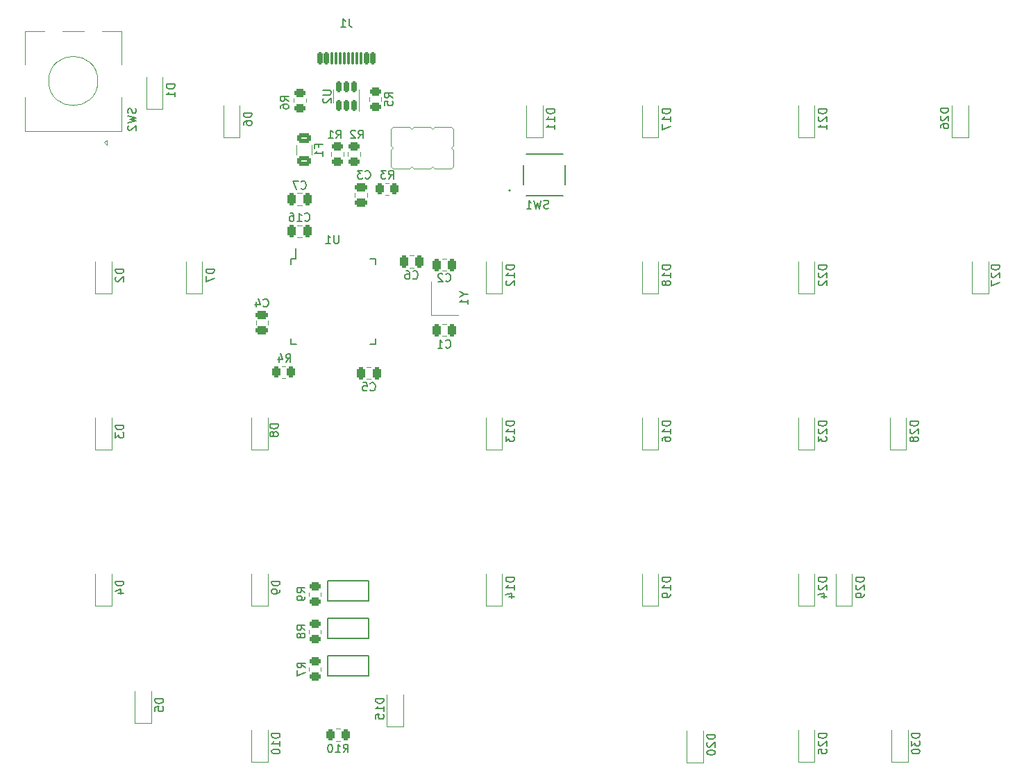
<source format=gbr>
%TF.GenerationSoftware,KiCad,Pcbnew,(5.99.0-10577-g57d4347f00)*%
%TF.CreationDate,2021-07-31T18:45:16-07:00*%
%TF.ProjectId,ahoy_pcb,61686f79-5f70-4636-922e-6b696361645f,rev?*%
%TF.SameCoordinates,Original*%
%TF.FileFunction,Legend,Bot*%
%TF.FilePolarity,Positive*%
%FSLAX46Y46*%
G04 Gerber Fmt 4.6, Leading zero omitted, Abs format (unit mm)*
G04 Created by KiCad (PCBNEW (5.99.0-10577-g57d4347f00)) date 2021-07-31 18:45:16*
%MOMM*%
%LPD*%
G01*
G04 APERTURE LIST*
G04 Aperture macros list*
%AMRoundRect*
0 Rectangle with rounded corners*
0 $1 Rounding radius*
0 $2 $3 $4 $5 $6 $7 $8 $9 X,Y pos of 4 corners*
0 Add a 4 corners polygon primitive as box body*
4,1,4,$2,$3,$4,$5,$6,$7,$8,$9,$2,$3,0*
0 Add four circle primitives for the rounded corners*
1,1,$1+$1,$2,$3*
1,1,$1+$1,$4,$5*
1,1,$1+$1,$6,$7*
1,1,$1+$1,$8,$9*
0 Add four rect primitives between the rounded corners*
20,1,$1+$1,$2,$3,$4,$5,0*
20,1,$1+$1,$4,$5,$6,$7,0*
20,1,$1+$1,$6,$7,$8,$9,0*
20,1,$1+$1,$8,$9,$2,$3,0*%
G04 Aperture macros list end*
%ADD10C,0.150000*%
%ADD11C,0.120000*%
%ADD12C,0.127000*%
%ADD13C,0.200000*%
%ADD14C,1.750000*%
%ADD15C,3.987800*%
%ADD16C,2.250000*%
%ADD17C,3.048000*%
%ADD18R,1.800000X1.800000*%
%ADD19C,1.800000*%
%ADD20R,1.524000X1.524000*%
%ADD21O,1.524000X1.524000*%
%ADD22R,1.200000X0.900000*%
%ADD23RoundRect,0.250000X0.450000X-0.262500X0.450000X0.262500X-0.450000X0.262500X-0.450000X-0.262500X0*%
%ADD24RoundRect,0.250000X-0.250000X-0.475000X0.250000X-0.475000X0.250000X0.475000X-0.250000X0.475000X0*%
%ADD25RoundRect,0.250000X0.475000X-0.250000X0.475000X0.250000X-0.475000X0.250000X-0.475000X-0.250000X0*%
%ADD26RoundRect,0.250000X-0.450000X0.262500X-0.450000X-0.262500X0.450000X-0.262500X0.450000X0.262500X0*%
%ADD27RoundRect,0.250000X-0.262500X-0.450000X0.262500X-0.450000X0.262500X0.450000X-0.262500X0.450000X0*%
%ADD28RoundRect,0.150000X0.150000X-0.512500X0.150000X0.512500X-0.150000X0.512500X-0.150000X-0.512500X0*%
%ADD29R,0.550000X1.500000*%
%ADD30R,1.500000X0.550000*%
%ADD31RoundRect,0.250000X-0.625000X0.375000X-0.625000X-0.375000X0.625000X-0.375000X0.625000X0.375000X0*%
%ADD32RoundRect,0.250000X0.262500X0.450000X-0.262500X0.450000X-0.262500X-0.450000X0.262500X-0.450000X0*%
%ADD33R,2.000000X2.000000*%
%ADD34C,2.000000*%
%ADD35C,3.200000*%
%ADD36R,1.200000X1.400000*%
%ADD37RoundRect,0.250000X0.250000X0.475000X-0.250000X0.475000X-0.250000X-0.475000X0.250000X-0.475000X0*%
%ADD38R,1.000000X0.750000*%
%ADD39C,0.650000*%
%ADD40RoundRect,0.150000X-0.150000X-0.575000X0.150000X-0.575000X0.150000X0.575000X-0.150000X0.575000X0*%
%ADD41RoundRect,0.075000X-0.075000X-0.650000X0.075000X-0.650000X0.075000X0.650000X-0.075000X0.650000X0*%
%ADD42O,1.100000X2.200000*%
%ADD43O,1.300000X1.900000*%
G04 APERTURE END LIST*
D10*
%TO.C,D2*%
X39292130Y-84410904D02*
X38292130Y-84410904D01*
X38292130Y-84649000D01*
X38339750Y-84791857D01*
X38434988Y-84887095D01*
X38530226Y-84934714D01*
X38720702Y-84982333D01*
X38863559Y-84982333D01*
X39054035Y-84934714D01*
X39149273Y-84887095D01*
X39244511Y-84791857D01*
X39292130Y-84649000D01*
X39292130Y-84410904D01*
X38387369Y-85363285D02*
X38339750Y-85410904D01*
X38292130Y-85506142D01*
X38292130Y-85744238D01*
X38339750Y-85839476D01*
X38387369Y-85887095D01*
X38482607Y-85934714D01*
X38577845Y-85934714D01*
X38720702Y-85887095D01*
X39292130Y-85315666D01*
X39292130Y-85934714D01*
%TO.C,R6*%
X59402380Y-63933333D02*
X58926190Y-63600000D01*
X59402380Y-63361904D02*
X58402380Y-63361904D01*
X58402380Y-63742857D01*
X58450000Y-63838095D01*
X58497619Y-63885714D01*
X58592857Y-63933333D01*
X58735714Y-63933333D01*
X58830952Y-63885714D01*
X58878571Y-63838095D01*
X58926190Y-63742857D01*
X58926190Y-63361904D01*
X58402380Y-64790476D02*
X58402380Y-64600000D01*
X58450000Y-64504761D01*
X58497619Y-64457142D01*
X58640476Y-64361904D01*
X58830952Y-64314285D01*
X59211904Y-64314285D01*
X59307142Y-64361904D01*
X59354761Y-64409523D01*
X59402380Y-64504761D01*
X59402380Y-64695238D01*
X59354761Y-64790476D01*
X59307142Y-64838095D01*
X59211904Y-64885714D01*
X58973809Y-64885714D01*
X58878571Y-64838095D01*
X58830952Y-64790476D01*
X58783333Y-64695238D01*
X58783333Y-64504761D01*
X58830952Y-64409523D01*
X58878571Y-64361904D01*
X58973809Y-64314285D01*
%TO.C,C6*%
X74566666Y-85537142D02*
X74614285Y-85584761D01*
X74757142Y-85632380D01*
X74852380Y-85632380D01*
X74995238Y-85584761D01*
X75090476Y-85489523D01*
X75138095Y-85394285D01*
X75185714Y-85203809D01*
X75185714Y-85060952D01*
X75138095Y-84870476D01*
X75090476Y-84775238D01*
X74995238Y-84680000D01*
X74852380Y-84632380D01*
X74757142Y-84632380D01*
X74614285Y-84680000D01*
X74566666Y-84727619D01*
X73709523Y-84632380D02*
X73900000Y-84632380D01*
X73995238Y-84680000D01*
X74042857Y-84727619D01*
X74138095Y-84870476D01*
X74185714Y-85060952D01*
X74185714Y-85441904D01*
X74138095Y-85537142D01*
X74090476Y-85584761D01*
X73995238Y-85632380D01*
X73804761Y-85632380D01*
X73709523Y-85584761D01*
X73661904Y-85537142D01*
X73614285Y-85441904D01*
X73614285Y-85203809D01*
X73661904Y-85108571D01*
X73709523Y-85060952D01*
X73804761Y-85013333D01*
X73995238Y-85013333D01*
X74090476Y-85060952D01*
X74138095Y-85108571D01*
X74185714Y-85203809D01*
%TO.C,C3*%
X68766666Y-73307142D02*
X68814285Y-73354761D01*
X68957142Y-73402380D01*
X69052380Y-73402380D01*
X69195238Y-73354761D01*
X69290476Y-73259523D01*
X69338095Y-73164285D01*
X69385714Y-72973809D01*
X69385714Y-72830952D01*
X69338095Y-72640476D01*
X69290476Y-72545238D01*
X69195238Y-72450000D01*
X69052380Y-72402380D01*
X68957142Y-72402380D01*
X68814285Y-72450000D01*
X68766666Y-72497619D01*
X68433333Y-72402380D02*
X67814285Y-72402380D01*
X68147619Y-72783333D01*
X68004761Y-72783333D01*
X67909523Y-72830952D01*
X67861904Y-72878571D01*
X67814285Y-72973809D01*
X67814285Y-73211904D01*
X67861904Y-73307142D01*
X67909523Y-73354761D01*
X68004761Y-73402380D01*
X68290476Y-73402380D01*
X68385714Y-73354761D01*
X68433333Y-73307142D01*
%TO.C,R8*%
X61418380Y-128486333D02*
X60942190Y-128153000D01*
X61418380Y-127914904D02*
X60418380Y-127914904D01*
X60418380Y-128295857D01*
X60466000Y-128391095D01*
X60513619Y-128438714D01*
X60608857Y-128486333D01*
X60751714Y-128486333D01*
X60846952Y-128438714D01*
X60894571Y-128391095D01*
X60942190Y-128295857D01*
X60942190Y-127914904D01*
X60846952Y-129057761D02*
X60799333Y-128962523D01*
X60751714Y-128914904D01*
X60656476Y-128867285D01*
X60608857Y-128867285D01*
X60513619Y-128914904D01*
X60466000Y-128962523D01*
X60418380Y-129057761D01*
X60418380Y-129248238D01*
X60466000Y-129343476D01*
X60513619Y-129391095D01*
X60608857Y-129438714D01*
X60656476Y-129438714D01*
X60751714Y-129391095D01*
X60799333Y-129343476D01*
X60846952Y-129248238D01*
X60846952Y-129057761D01*
X60894571Y-128962523D01*
X60942190Y-128914904D01*
X61037428Y-128867285D01*
X61227904Y-128867285D01*
X61323142Y-128914904D01*
X61370761Y-128962523D01*
X61418380Y-129057761D01*
X61418380Y-129248238D01*
X61370761Y-129343476D01*
X61323142Y-129391095D01*
X61227904Y-129438714D01*
X61037428Y-129438714D01*
X60942190Y-129391095D01*
X60894571Y-129343476D01*
X60846952Y-129248238D01*
%TO.C,D15*%
X71002380Y-136835714D02*
X70002380Y-136835714D01*
X70002380Y-137073809D01*
X70050000Y-137216666D01*
X70145238Y-137311904D01*
X70240476Y-137359523D01*
X70430952Y-137407142D01*
X70573809Y-137407142D01*
X70764285Y-137359523D01*
X70859523Y-137311904D01*
X70954761Y-137216666D01*
X71002380Y-137073809D01*
X71002380Y-136835714D01*
X71002380Y-138359523D02*
X71002380Y-137788095D01*
X71002380Y-138073809D02*
X70002380Y-138073809D01*
X70145238Y-137978571D01*
X70240476Y-137883333D01*
X70288095Y-137788095D01*
X70002380Y-139264285D02*
X70002380Y-138788095D01*
X70478571Y-138740476D01*
X70430952Y-138788095D01*
X70383333Y-138883333D01*
X70383333Y-139121428D01*
X70430952Y-139216666D01*
X70478571Y-139264285D01*
X70573809Y-139311904D01*
X70811904Y-139311904D01*
X70907142Y-139264285D01*
X70954761Y-139216666D01*
X71002380Y-139121428D01*
X71002380Y-138883333D01*
X70954761Y-138788095D01*
X70907142Y-138740476D01*
%TO.C,R7*%
X61455630Y-133076333D02*
X60979440Y-132743000D01*
X61455630Y-132504904D02*
X60455630Y-132504904D01*
X60455630Y-132885857D01*
X60503250Y-132981095D01*
X60550869Y-133028714D01*
X60646107Y-133076333D01*
X60788964Y-133076333D01*
X60884202Y-133028714D01*
X60931821Y-132981095D01*
X60979440Y-132885857D01*
X60979440Y-132504904D01*
X60455630Y-133409666D02*
X60455630Y-134076333D01*
X61455630Y-133647761D01*
%TO.C,R3*%
X71616666Y-73402380D02*
X71950000Y-72926190D01*
X72188095Y-73402380D02*
X72188095Y-72402380D01*
X71807142Y-72402380D01*
X71711904Y-72450000D01*
X71664285Y-72497619D01*
X71616666Y-72592857D01*
X71616666Y-72735714D01*
X71664285Y-72830952D01*
X71711904Y-72878571D01*
X71807142Y-72926190D01*
X72188095Y-72926190D01*
X71283333Y-72402380D02*
X70664285Y-72402380D01*
X70997619Y-72783333D01*
X70854761Y-72783333D01*
X70759523Y-72830952D01*
X70711904Y-72878571D01*
X70664285Y-72973809D01*
X70664285Y-73211904D01*
X70711904Y-73307142D01*
X70759523Y-73354761D01*
X70854761Y-73402380D01*
X71140476Y-73402380D01*
X71235714Y-73354761D01*
X71283333Y-73307142D01*
%TO.C,D3*%
X39292130Y-103460904D02*
X38292130Y-103460904D01*
X38292130Y-103699000D01*
X38339750Y-103841857D01*
X38434988Y-103937095D01*
X38530226Y-103984714D01*
X38720702Y-104032333D01*
X38863559Y-104032333D01*
X39054035Y-103984714D01*
X39149273Y-103937095D01*
X39244511Y-103841857D01*
X39292130Y-103699000D01*
X39292130Y-103460904D01*
X38292130Y-104365666D02*
X38292130Y-104984714D01*
X38673083Y-104651380D01*
X38673083Y-104794238D01*
X38720702Y-104889476D01*
X38768321Y-104937095D01*
X38863559Y-104984714D01*
X39101654Y-104984714D01*
X39196892Y-104937095D01*
X39244511Y-104889476D01*
X39292130Y-104794238D01*
X39292130Y-104508523D01*
X39244511Y-104413285D01*
X39196892Y-104365666D01*
%TO.C,D17*%
X105967130Y-64884714D02*
X104967130Y-64884714D01*
X104967130Y-65122809D01*
X105014750Y-65265666D01*
X105109988Y-65360904D01*
X105205226Y-65408523D01*
X105395702Y-65456142D01*
X105538559Y-65456142D01*
X105729035Y-65408523D01*
X105824273Y-65360904D01*
X105919511Y-65265666D01*
X105967130Y-65122809D01*
X105967130Y-64884714D01*
X105967130Y-66408523D02*
X105967130Y-65837095D01*
X105967130Y-66122809D02*
X104967130Y-66122809D01*
X105109988Y-66027571D01*
X105205226Y-65932333D01*
X105252845Y-65837095D01*
X104967130Y-66741857D02*
X104967130Y-67408523D01*
X105967130Y-66979952D01*
%TO.C,R1*%
X65216666Y-68480380D02*
X65550000Y-68004190D01*
X65788095Y-68480380D02*
X65788095Y-67480380D01*
X65407142Y-67480380D01*
X65311904Y-67528000D01*
X65264285Y-67575619D01*
X65216666Y-67670857D01*
X65216666Y-67813714D01*
X65264285Y-67908952D01*
X65311904Y-67956571D01*
X65407142Y-68004190D01*
X65788095Y-68004190D01*
X64264285Y-68480380D02*
X64835714Y-68480380D01*
X64550000Y-68480380D02*
X64550000Y-67480380D01*
X64645238Y-67623238D01*
X64740476Y-67718476D01*
X64835714Y-67766095D01*
%TO.C,U2*%
X63602380Y-62588095D02*
X64411904Y-62588095D01*
X64507142Y-62635714D01*
X64554761Y-62683333D01*
X64602380Y-62778571D01*
X64602380Y-62969047D01*
X64554761Y-63064285D01*
X64507142Y-63111904D01*
X64411904Y-63159523D01*
X63602380Y-63159523D01*
X63697619Y-63588095D02*
X63650000Y-63635714D01*
X63602380Y-63730952D01*
X63602380Y-63969047D01*
X63650000Y-64064285D01*
X63697619Y-64111904D01*
X63792857Y-64159523D01*
X63888095Y-64159523D01*
X64030952Y-64111904D01*
X64602380Y-63540476D01*
X64602380Y-64159523D01*
%TO.C,U1*%
X65511904Y-80302380D02*
X65511904Y-81111904D01*
X65464285Y-81207142D01*
X65416666Y-81254761D01*
X65321428Y-81302380D01*
X65130952Y-81302380D01*
X65035714Y-81254761D01*
X64988095Y-81207142D01*
X64940476Y-81111904D01*
X64940476Y-80302380D01*
X63940476Y-81302380D02*
X64511904Y-81302380D01*
X64226190Y-81302380D02*
X64226190Y-80302380D01*
X64321428Y-80445238D01*
X64416666Y-80540476D01*
X64511904Y-80588095D01*
%TO.C,D5*%
X44118130Y-136861904D02*
X43118130Y-136861904D01*
X43118130Y-137100000D01*
X43165750Y-137242857D01*
X43260988Y-137338095D01*
X43356226Y-137385714D01*
X43546702Y-137433333D01*
X43689559Y-137433333D01*
X43880035Y-137385714D01*
X43975273Y-137338095D01*
X44070511Y-137242857D01*
X44118130Y-137100000D01*
X44118130Y-136861904D01*
X43118130Y-138338095D02*
X43118130Y-137861904D01*
X43594321Y-137814285D01*
X43546702Y-137861904D01*
X43499083Y-137957142D01*
X43499083Y-138195238D01*
X43546702Y-138290476D01*
X43594321Y-138338095D01*
X43689559Y-138385714D01*
X43927654Y-138385714D01*
X44022892Y-138338095D01*
X44070511Y-138290476D01*
X44118130Y-138195238D01*
X44118130Y-137957142D01*
X44070511Y-137861904D01*
X44022892Y-137814285D01*
%TO.C,D22*%
X125017130Y-83934714D02*
X124017130Y-83934714D01*
X124017130Y-84172809D01*
X124064750Y-84315666D01*
X124159988Y-84410904D01*
X124255226Y-84458523D01*
X124445702Y-84506142D01*
X124588559Y-84506142D01*
X124779035Y-84458523D01*
X124874273Y-84410904D01*
X124969511Y-84315666D01*
X125017130Y-84172809D01*
X125017130Y-83934714D01*
X124112369Y-84887095D02*
X124064750Y-84934714D01*
X124017130Y-85029952D01*
X124017130Y-85268047D01*
X124064750Y-85363285D01*
X124112369Y-85410904D01*
X124207607Y-85458523D01*
X124302845Y-85458523D01*
X124445702Y-85410904D01*
X125017130Y-84839476D01*
X125017130Y-85458523D01*
X124112369Y-85839476D02*
X124064750Y-85887095D01*
X124017130Y-85982333D01*
X124017130Y-86220428D01*
X124064750Y-86315666D01*
X124112369Y-86363285D01*
X124207607Y-86410904D01*
X124302845Y-86410904D01*
X124445702Y-86363285D01*
X125017130Y-85791857D01*
X125017130Y-86410904D01*
%TO.C,F1*%
X63078571Y-69566666D02*
X63078571Y-69233333D01*
X63602380Y-69233333D02*
X62602380Y-69233333D01*
X62602380Y-69709523D01*
X63602380Y-70614285D02*
X63602380Y-70042857D01*
X63602380Y-70328571D02*
X62602380Y-70328571D01*
X62745238Y-70233333D01*
X62840476Y-70138095D01*
X62888095Y-70042857D01*
%TO.C,R5*%
X72102380Y-63533333D02*
X71626190Y-63200000D01*
X72102380Y-62961904D02*
X71102380Y-62961904D01*
X71102380Y-63342857D01*
X71150000Y-63438095D01*
X71197619Y-63485714D01*
X71292857Y-63533333D01*
X71435714Y-63533333D01*
X71530952Y-63485714D01*
X71578571Y-63438095D01*
X71626190Y-63342857D01*
X71626190Y-62961904D01*
X71102380Y-64438095D02*
X71102380Y-63961904D01*
X71578571Y-63914285D01*
X71530952Y-63961904D01*
X71483333Y-64057142D01*
X71483333Y-64295238D01*
X71530952Y-64390476D01*
X71578571Y-64438095D01*
X71673809Y-64485714D01*
X71911904Y-64485714D01*
X72007142Y-64438095D01*
X72054761Y-64390476D01*
X72102380Y-64295238D01*
X72102380Y-64057142D01*
X72054761Y-63961904D01*
X72007142Y-63914285D01*
%TO.C,D6*%
X54913130Y-65360904D02*
X53913130Y-65360904D01*
X53913130Y-65599000D01*
X53960750Y-65741857D01*
X54055988Y-65837095D01*
X54151226Y-65884714D01*
X54341702Y-65932333D01*
X54484559Y-65932333D01*
X54675035Y-65884714D01*
X54770273Y-65837095D01*
X54865511Y-65741857D01*
X54913130Y-65599000D01*
X54913130Y-65360904D01*
X53913130Y-66789476D02*
X53913130Y-66599000D01*
X53960750Y-66503761D01*
X54008369Y-66456142D01*
X54151226Y-66360904D01*
X54341702Y-66313285D01*
X54722654Y-66313285D01*
X54817892Y-66360904D01*
X54865511Y-66408523D01*
X54913130Y-66503761D01*
X54913130Y-66694238D01*
X54865511Y-66789476D01*
X54817892Y-66837095D01*
X54722654Y-66884714D01*
X54484559Y-66884714D01*
X54389321Y-66837095D01*
X54341702Y-66789476D01*
X54294083Y-66694238D01*
X54294083Y-66503761D01*
X54341702Y-66408523D01*
X54389321Y-66360904D01*
X54484559Y-66313285D01*
%TO.C,D12*%
X86917130Y-83934714D02*
X85917130Y-83934714D01*
X85917130Y-84172809D01*
X85964750Y-84315666D01*
X86059988Y-84410904D01*
X86155226Y-84458523D01*
X86345702Y-84506142D01*
X86488559Y-84506142D01*
X86679035Y-84458523D01*
X86774273Y-84410904D01*
X86869511Y-84315666D01*
X86917130Y-84172809D01*
X86917130Y-83934714D01*
X86917130Y-85458523D02*
X86917130Y-84887095D01*
X86917130Y-85172809D02*
X85917130Y-85172809D01*
X86059988Y-85077571D01*
X86155226Y-84982333D01*
X86202845Y-84887095D01*
X86012369Y-85839476D02*
X85964750Y-85887095D01*
X85917130Y-85982333D01*
X85917130Y-86220428D01*
X85964750Y-86315666D01*
X86012369Y-86363285D01*
X86107607Y-86410904D01*
X86202845Y-86410904D01*
X86345702Y-86363285D01*
X86917130Y-85791857D01*
X86917130Y-86410904D01*
%TO.C,D28*%
X136193130Y-102984714D02*
X135193130Y-102984714D01*
X135193130Y-103222809D01*
X135240750Y-103365666D01*
X135335988Y-103460904D01*
X135431226Y-103508523D01*
X135621702Y-103556142D01*
X135764559Y-103556142D01*
X135955035Y-103508523D01*
X136050273Y-103460904D01*
X136145511Y-103365666D01*
X136193130Y-103222809D01*
X136193130Y-102984714D01*
X135288369Y-103937095D02*
X135240750Y-103984714D01*
X135193130Y-104079952D01*
X135193130Y-104318047D01*
X135240750Y-104413285D01*
X135288369Y-104460904D01*
X135383607Y-104508523D01*
X135478845Y-104508523D01*
X135621702Y-104460904D01*
X136193130Y-103889476D01*
X136193130Y-104508523D01*
X135621702Y-105079952D02*
X135574083Y-104984714D01*
X135526464Y-104937095D01*
X135431226Y-104889476D01*
X135383607Y-104889476D01*
X135288369Y-104937095D01*
X135240750Y-104984714D01*
X135193130Y-105079952D01*
X135193130Y-105270428D01*
X135240750Y-105365666D01*
X135288369Y-105413285D01*
X135383607Y-105460904D01*
X135431226Y-105460904D01*
X135526464Y-105413285D01*
X135574083Y-105365666D01*
X135621702Y-105270428D01*
X135621702Y-105079952D01*
X135669321Y-104984714D01*
X135716940Y-104937095D01*
X135812178Y-104889476D01*
X136002654Y-104889476D01*
X136097892Y-104937095D01*
X136145511Y-104984714D01*
X136193130Y-105079952D01*
X136193130Y-105270428D01*
X136145511Y-105365666D01*
X136097892Y-105413285D01*
X136002654Y-105460904D01*
X135812178Y-105460904D01*
X135716940Y-105413285D01*
X135669321Y-105365666D01*
X135621702Y-105270428D01*
%TO.C,D4*%
X39292130Y-122510904D02*
X38292130Y-122510904D01*
X38292130Y-122749000D01*
X38339750Y-122891857D01*
X38434988Y-122987095D01*
X38530226Y-123034714D01*
X38720702Y-123082333D01*
X38863559Y-123082333D01*
X39054035Y-123034714D01*
X39149273Y-122987095D01*
X39244511Y-122891857D01*
X39292130Y-122749000D01*
X39292130Y-122510904D01*
X38625464Y-123939476D02*
X39292130Y-123939476D01*
X38244511Y-123701380D02*
X38958797Y-123463285D01*
X38958797Y-124082333D01*
%TO.C,C4*%
X56316666Y-88957142D02*
X56364285Y-89004761D01*
X56507142Y-89052380D01*
X56602380Y-89052380D01*
X56745238Y-89004761D01*
X56840476Y-88909523D01*
X56888095Y-88814285D01*
X56935714Y-88623809D01*
X56935714Y-88480952D01*
X56888095Y-88290476D01*
X56840476Y-88195238D01*
X56745238Y-88100000D01*
X56602380Y-88052380D01*
X56507142Y-88052380D01*
X56364285Y-88100000D01*
X56316666Y-88147619D01*
X55459523Y-88385714D02*
X55459523Y-89052380D01*
X55697619Y-88004761D02*
X55935714Y-88719047D01*
X55316666Y-88719047D01*
%TO.C,D30*%
X136383630Y-141084714D02*
X135383630Y-141084714D01*
X135383630Y-141322809D01*
X135431250Y-141465666D01*
X135526488Y-141560904D01*
X135621726Y-141608523D01*
X135812202Y-141656142D01*
X135955059Y-141656142D01*
X136145535Y-141608523D01*
X136240773Y-141560904D01*
X136336011Y-141465666D01*
X136383630Y-141322809D01*
X136383630Y-141084714D01*
X135383630Y-141989476D02*
X135383630Y-142608523D01*
X135764583Y-142275190D01*
X135764583Y-142418047D01*
X135812202Y-142513285D01*
X135859821Y-142560904D01*
X135955059Y-142608523D01*
X136193154Y-142608523D01*
X136288392Y-142560904D01*
X136336011Y-142513285D01*
X136383630Y-142418047D01*
X136383630Y-142132333D01*
X136336011Y-142037095D01*
X136288392Y-141989476D01*
X135383630Y-143227571D02*
X135383630Y-143322809D01*
X135431250Y-143418047D01*
X135478869Y-143465666D01*
X135574107Y-143513285D01*
X135764583Y-143560904D01*
X136002678Y-143560904D01*
X136193154Y-143513285D01*
X136288392Y-143465666D01*
X136336011Y-143418047D01*
X136383630Y-143322809D01*
X136383630Y-143227571D01*
X136336011Y-143132333D01*
X136288392Y-143084714D01*
X136193154Y-143037095D01*
X136002678Y-142989476D01*
X135764583Y-142989476D01*
X135574107Y-143037095D01*
X135478869Y-143084714D01*
X135431250Y-143132333D01*
X135383630Y-143227571D01*
%TO.C,D20*%
X111428130Y-141211714D02*
X110428130Y-141211714D01*
X110428130Y-141449809D01*
X110475750Y-141592666D01*
X110570988Y-141687904D01*
X110666226Y-141735523D01*
X110856702Y-141783142D01*
X110999559Y-141783142D01*
X111190035Y-141735523D01*
X111285273Y-141687904D01*
X111380511Y-141592666D01*
X111428130Y-141449809D01*
X111428130Y-141211714D01*
X110523369Y-142164095D02*
X110475750Y-142211714D01*
X110428130Y-142306952D01*
X110428130Y-142545047D01*
X110475750Y-142640285D01*
X110523369Y-142687904D01*
X110618607Y-142735523D01*
X110713845Y-142735523D01*
X110856702Y-142687904D01*
X111428130Y-142116476D01*
X111428130Y-142735523D01*
X110428130Y-143354571D02*
X110428130Y-143449809D01*
X110475750Y-143545047D01*
X110523369Y-143592666D01*
X110618607Y-143640285D01*
X110809083Y-143687904D01*
X111047178Y-143687904D01*
X111237654Y-143640285D01*
X111332892Y-143592666D01*
X111380511Y-143545047D01*
X111428130Y-143449809D01*
X111428130Y-143354571D01*
X111380511Y-143259333D01*
X111332892Y-143211714D01*
X111237654Y-143164095D01*
X111047178Y-143116476D01*
X110809083Y-143116476D01*
X110618607Y-143164095D01*
X110523369Y-143211714D01*
X110475750Y-143259333D01*
X110428130Y-143354571D01*
%TO.C,D8*%
X58121380Y-103340404D02*
X57121380Y-103340404D01*
X57121380Y-103578500D01*
X57169000Y-103721357D01*
X57264238Y-103816595D01*
X57359476Y-103864214D01*
X57549952Y-103911833D01*
X57692809Y-103911833D01*
X57883285Y-103864214D01*
X57978523Y-103816595D01*
X58073761Y-103721357D01*
X58121380Y-103578500D01*
X58121380Y-103340404D01*
X57549952Y-104483261D02*
X57502333Y-104388023D01*
X57454714Y-104340404D01*
X57359476Y-104292785D01*
X57311857Y-104292785D01*
X57216619Y-104340404D01*
X57169000Y-104388023D01*
X57121380Y-104483261D01*
X57121380Y-104673738D01*
X57169000Y-104768976D01*
X57216619Y-104816595D01*
X57311857Y-104864214D01*
X57359476Y-104864214D01*
X57454714Y-104816595D01*
X57502333Y-104768976D01*
X57549952Y-104673738D01*
X57549952Y-104483261D01*
X57597571Y-104388023D01*
X57645190Y-104340404D01*
X57740428Y-104292785D01*
X57930904Y-104292785D01*
X58026142Y-104340404D01*
X58073761Y-104388023D01*
X58121380Y-104483261D01*
X58121380Y-104673738D01*
X58073761Y-104768976D01*
X58026142Y-104816595D01*
X57930904Y-104864214D01*
X57740428Y-104864214D01*
X57645190Y-104816595D01*
X57597571Y-104768976D01*
X57549952Y-104673738D01*
%TO.C,D18*%
X105967130Y-83934714D02*
X104967130Y-83934714D01*
X104967130Y-84172809D01*
X105014750Y-84315666D01*
X105109988Y-84410904D01*
X105205226Y-84458523D01*
X105395702Y-84506142D01*
X105538559Y-84506142D01*
X105729035Y-84458523D01*
X105824273Y-84410904D01*
X105919511Y-84315666D01*
X105967130Y-84172809D01*
X105967130Y-83934714D01*
X105967130Y-85458523D02*
X105967130Y-84887095D01*
X105967130Y-85172809D02*
X104967130Y-85172809D01*
X105109988Y-85077571D01*
X105205226Y-84982333D01*
X105252845Y-84887095D01*
X105395702Y-86029952D02*
X105348083Y-85934714D01*
X105300464Y-85887095D01*
X105205226Y-85839476D01*
X105157607Y-85839476D01*
X105062369Y-85887095D01*
X105014750Y-85934714D01*
X104967130Y-86029952D01*
X104967130Y-86220428D01*
X105014750Y-86315666D01*
X105062369Y-86363285D01*
X105157607Y-86410904D01*
X105205226Y-86410904D01*
X105300464Y-86363285D01*
X105348083Y-86315666D01*
X105395702Y-86220428D01*
X105395702Y-86029952D01*
X105443321Y-85934714D01*
X105490940Y-85887095D01*
X105586178Y-85839476D01*
X105776654Y-85839476D01*
X105871892Y-85887095D01*
X105919511Y-85934714D01*
X105967130Y-86029952D01*
X105967130Y-86220428D01*
X105919511Y-86315666D01*
X105871892Y-86363285D01*
X105776654Y-86410904D01*
X105586178Y-86410904D01*
X105490940Y-86363285D01*
X105443321Y-86315666D01*
X105395702Y-86220428D01*
%TO.C,D11*%
X91870130Y-64884714D02*
X90870130Y-64884714D01*
X90870130Y-65122809D01*
X90917750Y-65265666D01*
X91012988Y-65360904D01*
X91108226Y-65408523D01*
X91298702Y-65456142D01*
X91441559Y-65456142D01*
X91632035Y-65408523D01*
X91727273Y-65360904D01*
X91822511Y-65265666D01*
X91870130Y-65122809D01*
X91870130Y-64884714D01*
X91870130Y-66408523D02*
X91870130Y-65837095D01*
X91870130Y-66122809D02*
X90870130Y-66122809D01*
X91012988Y-66027571D01*
X91108226Y-65932333D01*
X91155845Y-65837095D01*
X91870130Y-67360904D02*
X91870130Y-66789476D01*
X91870130Y-67075190D02*
X90870130Y-67075190D01*
X91012988Y-66979952D01*
X91108226Y-66884714D01*
X91155845Y-66789476D01*
%TO.C,D13*%
X86917130Y-102984714D02*
X85917130Y-102984714D01*
X85917130Y-103222809D01*
X85964750Y-103365666D01*
X86059988Y-103460904D01*
X86155226Y-103508523D01*
X86345702Y-103556142D01*
X86488559Y-103556142D01*
X86679035Y-103508523D01*
X86774273Y-103460904D01*
X86869511Y-103365666D01*
X86917130Y-103222809D01*
X86917130Y-102984714D01*
X86917130Y-104508523D02*
X86917130Y-103937095D01*
X86917130Y-104222809D02*
X85917130Y-104222809D01*
X86059988Y-104127571D01*
X86155226Y-104032333D01*
X86202845Y-103937095D01*
X85917130Y-104841857D02*
X85917130Y-105460904D01*
X86298083Y-105127571D01*
X86298083Y-105270428D01*
X86345702Y-105365666D01*
X86393321Y-105413285D01*
X86488559Y-105460904D01*
X86726654Y-105460904D01*
X86821892Y-105413285D01*
X86869511Y-105365666D01*
X86917130Y-105270428D01*
X86917130Y-104984714D01*
X86869511Y-104889476D01*
X86821892Y-104841857D01*
%TO.C,D27*%
X146102380Y-83935714D02*
X145102380Y-83935714D01*
X145102380Y-84173809D01*
X145150000Y-84316666D01*
X145245238Y-84411904D01*
X145340476Y-84459523D01*
X145530952Y-84507142D01*
X145673809Y-84507142D01*
X145864285Y-84459523D01*
X145959523Y-84411904D01*
X146054761Y-84316666D01*
X146102380Y-84173809D01*
X146102380Y-83935714D01*
X145197619Y-84888095D02*
X145150000Y-84935714D01*
X145102380Y-85030952D01*
X145102380Y-85269047D01*
X145150000Y-85364285D01*
X145197619Y-85411904D01*
X145292857Y-85459523D01*
X145388095Y-85459523D01*
X145530952Y-85411904D01*
X146102380Y-84840476D01*
X146102380Y-85459523D01*
X145102380Y-85792857D02*
X145102380Y-86459523D01*
X146102380Y-86030952D01*
%TO.C,R4*%
X59066666Y-95765380D02*
X59400000Y-95289190D01*
X59638095Y-95765380D02*
X59638095Y-94765380D01*
X59257142Y-94765380D01*
X59161904Y-94813000D01*
X59114285Y-94860619D01*
X59066666Y-94955857D01*
X59066666Y-95098714D01*
X59114285Y-95193952D01*
X59161904Y-95241571D01*
X59257142Y-95289190D01*
X59638095Y-95289190D01*
X58209523Y-95098714D02*
X58209523Y-95765380D01*
X58447619Y-94717761D02*
X58685714Y-95432047D01*
X58066666Y-95432047D01*
%TO.C,D29*%
X129589130Y-122034714D02*
X128589130Y-122034714D01*
X128589130Y-122272809D01*
X128636750Y-122415666D01*
X128731988Y-122510904D01*
X128827226Y-122558523D01*
X129017702Y-122606142D01*
X129160559Y-122606142D01*
X129351035Y-122558523D01*
X129446273Y-122510904D01*
X129541511Y-122415666D01*
X129589130Y-122272809D01*
X129589130Y-122034714D01*
X128684369Y-122987095D02*
X128636750Y-123034714D01*
X128589130Y-123129952D01*
X128589130Y-123368047D01*
X128636750Y-123463285D01*
X128684369Y-123510904D01*
X128779607Y-123558523D01*
X128874845Y-123558523D01*
X129017702Y-123510904D01*
X129589130Y-122939476D01*
X129589130Y-123558523D01*
X129589130Y-124034714D02*
X129589130Y-124225190D01*
X129541511Y-124320428D01*
X129493892Y-124368047D01*
X129351035Y-124463285D01*
X129160559Y-124510904D01*
X128779607Y-124510904D01*
X128684369Y-124463285D01*
X128636750Y-124415666D01*
X128589130Y-124320428D01*
X128589130Y-124129952D01*
X128636750Y-124034714D01*
X128684369Y-123987095D01*
X128779607Y-123939476D01*
X129017702Y-123939476D01*
X129112940Y-123987095D01*
X129160559Y-124034714D01*
X129208178Y-124129952D01*
X129208178Y-124320428D01*
X129160559Y-124415666D01*
X129112940Y-124463285D01*
X129017702Y-124510904D01*
%TO.C,D16*%
X105967130Y-102984714D02*
X104967130Y-102984714D01*
X104967130Y-103222809D01*
X105014750Y-103365666D01*
X105109988Y-103460904D01*
X105205226Y-103508523D01*
X105395702Y-103556142D01*
X105538559Y-103556142D01*
X105729035Y-103508523D01*
X105824273Y-103460904D01*
X105919511Y-103365666D01*
X105967130Y-103222809D01*
X105967130Y-102984714D01*
X105967130Y-104508523D02*
X105967130Y-103937095D01*
X105967130Y-104222809D02*
X104967130Y-104222809D01*
X105109988Y-104127571D01*
X105205226Y-104032333D01*
X105252845Y-103937095D01*
X104967130Y-105365666D02*
X104967130Y-105175190D01*
X105014750Y-105079952D01*
X105062369Y-105032333D01*
X105205226Y-104937095D01*
X105395702Y-104889476D01*
X105776654Y-104889476D01*
X105871892Y-104937095D01*
X105919511Y-104984714D01*
X105967130Y-105079952D01*
X105967130Y-105270428D01*
X105919511Y-105365666D01*
X105871892Y-105413285D01*
X105776654Y-105460904D01*
X105538559Y-105460904D01*
X105443321Y-105413285D01*
X105395702Y-105365666D01*
X105348083Y-105270428D01*
X105348083Y-105079952D01*
X105395702Y-104984714D01*
X105443321Y-104937095D01*
X105538559Y-104889476D01*
%TO.C,D26*%
X139902380Y-64785714D02*
X138902380Y-64785714D01*
X138902380Y-65023809D01*
X138950000Y-65166666D01*
X139045238Y-65261904D01*
X139140476Y-65309523D01*
X139330952Y-65357142D01*
X139473809Y-65357142D01*
X139664285Y-65309523D01*
X139759523Y-65261904D01*
X139854761Y-65166666D01*
X139902380Y-65023809D01*
X139902380Y-64785714D01*
X138997619Y-65738095D02*
X138950000Y-65785714D01*
X138902380Y-65880952D01*
X138902380Y-66119047D01*
X138950000Y-66214285D01*
X138997619Y-66261904D01*
X139092857Y-66309523D01*
X139188095Y-66309523D01*
X139330952Y-66261904D01*
X139902380Y-65690476D01*
X139902380Y-66309523D01*
X138902380Y-67166666D02*
X138902380Y-66976190D01*
X138950000Y-66880952D01*
X138997619Y-66833333D01*
X139140476Y-66738095D01*
X139330952Y-66690476D01*
X139711904Y-66690476D01*
X139807142Y-66738095D01*
X139854761Y-66785714D01*
X139902380Y-66880952D01*
X139902380Y-67071428D01*
X139854761Y-67166666D01*
X139807142Y-67214285D01*
X139711904Y-67261904D01*
X139473809Y-67261904D01*
X139378571Y-67214285D01*
X139330952Y-67166666D01*
X139283333Y-67071428D01*
X139283333Y-66880952D01*
X139330952Y-66785714D01*
X139378571Y-66738095D01*
X139473809Y-66690476D01*
%TO.C,SW2*%
X40751761Y-64838666D02*
X40799380Y-64981523D01*
X40799380Y-65219619D01*
X40751761Y-65314857D01*
X40704142Y-65362476D01*
X40608904Y-65410095D01*
X40513666Y-65410095D01*
X40418428Y-65362476D01*
X40370809Y-65314857D01*
X40323190Y-65219619D01*
X40275571Y-65029142D01*
X40227952Y-64933904D01*
X40180333Y-64886285D01*
X40085095Y-64838666D01*
X39989857Y-64838666D01*
X39894619Y-64886285D01*
X39847000Y-64933904D01*
X39799380Y-65029142D01*
X39799380Y-65267238D01*
X39847000Y-65410095D01*
X39799380Y-65743428D02*
X40799380Y-65981523D01*
X40085095Y-66172000D01*
X40799380Y-66362476D01*
X39799380Y-66600571D01*
X39894619Y-66933904D02*
X39847000Y-66981523D01*
X39799380Y-67076761D01*
X39799380Y-67314857D01*
X39847000Y-67410095D01*
X39894619Y-67457714D01*
X39989857Y-67505333D01*
X40085095Y-67505333D01*
X40227952Y-67457714D01*
X40799380Y-66886285D01*
X40799380Y-67505333D01*
%TO.C,Y1*%
X80826190Y-87523809D02*
X81302380Y-87523809D01*
X80302380Y-87190476D02*
X80826190Y-87523809D01*
X80302380Y-87857142D01*
X81302380Y-88714285D02*
X81302380Y-88142857D01*
X81302380Y-88428571D02*
X80302380Y-88428571D01*
X80445238Y-88333333D01*
X80540476Y-88238095D01*
X80588095Y-88142857D01*
%TO.C,R9*%
X61418380Y-123914333D02*
X60942190Y-123581000D01*
X61418380Y-123342904D02*
X60418380Y-123342904D01*
X60418380Y-123723857D01*
X60466000Y-123819095D01*
X60513619Y-123866714D01*
X60608857Y-123914333D01*
X60751714Y-123914333D01*
X60846952Y-123866714D01*
X60894571Y-123819095D01*
X60942190Y-123723857D01*
X60942190Y-123342904D01*
X61418380Y-124390523D02*
X61418380Y-124581000D01*
X61370761Y-124676238D01*
X61323142Y-124723857D01*
X61180285Y-124819095D01*
X60989809Y-124866714D01*
X60608857Y-124866714D01*
X60513619Y-124819095D01*
X60466000Y-124771476D01*
X60418380Y-124676238D01*
X60418380Y-124485761D01*
X60466000Y-124390523D01*
X60513619Y-124342904D01*
X60608857Y-124295285D01*
X60846952Y-124295285D01*
X60942190Y-124342904D01*
X60989809Y-124390523D01*
X61037428Y-124485761D01*
X61037428Y-124676238D01*
X60989809Y-124771476D01*
X60942190Y-124819095D01*
X60846952Y-124866714D01*
%TO.C,D1*%
X45505380Y-61872904D02*
X44505380Y-61872904D01*
X44505380Y-62111000D01*
X44553000Y-62253857D01*
X44648238Y-62349095D01*
X44743476Y-62396714D01*
X44933952Y-62444333D01*
X45076809Y-62444333D01*
X45267285Y-62396714D01*
X45362523Y-62349095D01*
X45457761Y-62253857D01*
X45505380Y-62111000D01*
X45505380Y-61872904D01*
X45505380Y-63396714D02*
X45505380Y-62825285D01*
X45505380Y-63111000D02*
X44505380Y-63111000D01*
X44648238Y-63015761D01*
X44743476Y-62920523D01*
X44791095Y-62825285D01*
%TO.C,D23*%
X125017130Y-102984714D02*
X124017130Y-102984714D01*
X124017130Y-103222809D01*
X124064750Y-103365666D01*
X124159988Y-103460904D01*
X124255226Y-103508523D01*
X124445702Y-103556142D01*
X124588559Y-103556142D01*
X124779035Y-103508523D01*
X124874273Y-103460904D01*
X124969511Y-103365666D01*
X125017130Y-103222809D01*
X125017130Y-102984714D01*
X124112369Y-103937095D02*
X124064750Y-103984714D01*
X124017130Y-104079952D01*
X124017130Y-104318047D01*
X124064750Y-104413285D01*
X124112369Y-104460904D01*
X124207607Y-104508523D01*
X124302845Y-104508523D01*
X124445702Y-104460904D01*
X125017130Y-103889476D01*
X125017130Y-104508523D01*
X124017130Y-104841857D02*
X124017130Y-105460904D01*
X124398083Y-105127571D01*
X124398083Y-105270428D01*
X124445702Y-105365666D01*
X124493321Y-105413285D01*
X124588559Y-105460904D01*
X124826654Y-105460904D01*
X124921892Y-105413285D01*
X124969511Y-105365666D01*
X125017130Y-105270428D01*
X125017130Y-104984714D01*
X124969511Y-104889476D01*
X124921892Y-104841857D01*
%TO.C,C7*%
X60916666Y-74577142D02*
X60964285Y-74624761D01*
X61107142Y-74672380D01*
X61202380Y-74672380D01*
X61345238Y-74624761D01*
X61440476Y-74529523D01*
X61488095Y-74434285D01*
X61535714Y-74243809D01*
X61535714Y-74100952D01*
X61488095Y-73910476D01*
X61440476Y-73815238D01*
X61345238Y-73720000D01*
X61202380Y-73672380D01*
X61107142Y-73672380D01*
X60964285Y-73720000D01*
X60916666Y-73767619D01*
X60583333Y-73672380D02*
X59916666Y-73672380D01*
X60345238Y-74672380D01*
%TO.C,D10*%
X58342130Y-141084714D02*
X57342130Y-141084714D01*
X57342130Y-141322809D01*
X57389750Y-141465666D01*
X57484988Y-141560904D01*
X57580226Y-141608523D01*
X57770702Y-141656142D01*
X57913559Y-141656142D01*
X58104035Y-141608523D01*
X58199273Y-141560904D01*
X58294511Y-141465666D01*
X58342130Y-141322809D01*
X58342130Y-141084714D01*
X58342130Y-142608523D02*
X58342130Y-142037095D01*
X58342130Y-142322809D02*
X57342130Y-142322809D01*
X57484988Y-142227571D01*
X57580226Y-142132333D01*
X57627845Y-142037095D01*
X57342130Y-143227571D02*
X57342130Y-143322809D01*
X57389750Y-143418047D01*
X57437369Y-143465666D01*
X57532607Y-143513285D01*
X57723083Y-143560904D01*
X57961178Y-143560904D01*
X58151654Y-143513285D01*
X58246892Y-143465666D01*
X58294511Y-143418047D01*
X58342130Y-143322809D01*
X58342130Y-143227571D01*
X58294511Y-143132333D01*
X58246892Y-143084714D01*
X58151654Y-143037095D01*
X57961178Y-142989476D01*
X57723083Y-142989476D01*
X57532607Y-143037095D01*
X57437369Y-143084714D01*
X57389750Y-143132333D01*
X57342130Y-143227571D01*
%TO.C,D7*%
X50341130Y-84410904D02*
X49341130Y-84410904D01*
X49341130Y-84649000D01*
X49388750Y-84791857D01*
X49483988Y-84887095D01*
X49579226Y-84934714D01*
X49769702Y-84982333D01*
X49912559Y-84982333D01*
X50103035Y-84934714D01*
X50198273Y-84887095D01*
X50293511Y-84791857D01*
X50341130Y-84649000D01*
X50341130Y-84410904D01*
X49341130Y-85315666D02*
X49341130Y-85982333D01*
X50341130Y-85553761D01*
%TO.C,D9*%
X58342130Y-122510904D02*
X57342130Y-122510904D01*
X57342130Y-122749000D01*
X57389750Y-122891857D01*
X57484988Y-122987095D01*
X57580226Y-123034714D01*
X57770702Y-123082333D01*
X57913559Y-123082333D01*
X58104035Y-123034714D01*
X58199273Y-122987095D01*
X58294511Y-122891857D01*
X58342130Y-122749000D01*
X58342130Y-122510904D01*
X58342130Y-123558523D02*
X58342130Y-123749000D01*
X58294511Y-123844238D01*
X58246892Y-123891857D01*
X58104035Y-123987095D01*
X57913559Y-124034714D01*
X57532607Y-124034714D01*
X57437369Y-123987095D01*
X57389750Y-123939476D01*
X57342130Y-123844238D01*
X57342130Y-123653761D01*
X57389750Y-123558523D01*
X57437369Y-123510904D01*
X57532607Y-123463285D01*
X57770702Y-123463285D01*
X57865940Y-123510904D01*
X57913559Y-123558523D01*
X57961178Y-123653761D01*
X57961178Y-123844238D01*
X57913559Y-123939476D01*
X57865940Y-123987095D01*
X57770702Y-124034714D01*
%TO.C,D14*%
X86917130Y-122034714D02*
X85917130Y-122034714D01*
X85917130Y-122272809D01*
X85964750Y-122415666D01*
X86059988Y-122510904D01*
X86155226Y-122558523D01*
X86345702Y-122606142D01*
X86488559Y-122606142D01*
X86679035Y-122558523D01*
X86774273Y-122510904D01*
X86869511Y-122415666D01*
X86917130Y-122272809D01*
X86917130Y-122034714D01*
X86917130Y-123558523D02*
X86917130Y-122987095D01*
X86917130Y-123272809D02*
X85917130Y-123272809D01*
X86059988Y-123177571D01*
X86155226Y-123082333D01*
X86202845Y-122987095D01*
X86250464Y-124415666D02*
X86917130Y-124415666D01*
X85869511Y-124177571D02*
X86583797Y-123939476D01*
X86583797Y-124558523D01*
%TO.C,SW1*%
X91108333Y-76989761D02*
X90965476Y-77037380D01*
X90727380Y-77037380D01*
X90632142Y-76989761D01*
X90584523Y-76942142D01*
X90536904Y-76846904D01*
X90536904Y-76751666D01*
X90584523Y-76656428D01*
X90632142Y-76608809D01*
X90727380Y-76561190D01*
X90917857Y-76513571D01*
X91013095Y-76465952D01*
X91060714Y-76418333D01*
X91108333Y-76323095D01*
X91108333Y-76227857D01*
X91060714Y-76132619D01*
X91013095Y-76085000D01*
X90917857Y-76037380D01*
X90679761Y-76037380D01*
X90536904Y-76085000D01*
X90203571Y-76037380D02*
X89965476Y-77037380D01*
X89775000Y-76323095D01*
X89584523Y-77037380D01*
X89346428Y-76037380D01*
X88441666Y-77037380D02*
X89013095Y-77037380D01*
X88727380Y-77037380D02*
X88727380Y-76037380D01*
X88822619Y-76180238D01*
X88917857Y-76275476D01*
X89013095Y-76323095D01*
%TO.C,J1*%
X66793333Y-53894880D02*
X66793333Y-54609166D01*
X66840952Y-54752023D01*
X66936190Y-54847261D01*
X67079047Y-54894880D01*
X67174285Y-54894880D01*
X65793333Y-54894880D02*
X66364761Y-54894880D01*
X66079047Y-54894880D02*
X66079047Y-53894880D01*
X66174285Y-54037738D01*
X66269523Y-54132976D01*
X66364761Y-54180595D01*
%TO.C,C2*%
X78566666Y-85857142D02*
X78614285Y-85904761D01*
X78757142Y-85952380D01*
X78852380Y-85952380D01*
X78995238Y-85904761D01*
X79090476Y-85809523D01*
X79138095Y-85714285D01*
X79185714Y-85523809D01*
X79185714Y-85380952D01*
X79138095Y-85190476D01*
X79090476Y-85095238D01*
X78995238Y-85000000D01*
X78852380Y-84952380D01*
X78757142Y-84952380D01*
X78614285Y-85000000D01*
X78566666Y-85047619D01*
X78185714Y-85047619D02*
X78138095Y-85000000D01*
X78042857Y-84952380D01*
X77804761Y-84952380D01*
X77709523Y-85000000D01*
X77661904Y-85047619D01*
X77614285Y-85142857D01*
X77614285Y-85238095D01*
X77661904Y-85380952D01*
X78233333Y-85952380D01*
X77614285Y-85952380D01*
%TO.C,D24*%
X125017130Y-122034714D02*
X124017130Y-122034714D01*
X124017130Y-122272809D01*
X124064750Y-122415666D01*
X124159988Y-122510904D01*
X124255226Y-122558523D01*
X124445702Y-122606142D01*
X124588559Y-122606142D01*
X124779035Y-122558523D01*
X124874273Y-122510904D01*
X124969511Y-122415666D01*
X125017130Y-122272809D01*
X125017130Y-122034714D01*
X124112369Y-122987095D02*
X124064750Y-123034714D01*
X124017130Y-123129952D01*
X124017130Y-123368047D01*
X124064750Y-123463285D01*
X124112369Y-123510904D01*
X124207607Y-123558523D01*
X124302845Y-123558523D01*
X124445702Y-123510904D01*
X125017130Y-122939476D01*
X125017130Y-123558523D01*
X124350464Y-124415666D02*
X125017130Y-124415666D01*
X123969511Y-124177571D02*
X124683797Y-123939476D01*
X124683797Y-124558523D01*
%TO.C,R10*%
X66092857Y-143402380D02*
X66426190Y-142926190D01*
X66664285Y-143402380D02*
X66664285Y-142402380D01*
X66283333Y-142402380D01*
X66188095Y-142450000D01*
X66140476Y-142497619D01*
X66092857Y-142592857D01*
X66092857Y-142735714D01*
X66140476Y-142830952D01*
X66188095Y-142878571D01*
X66283333Y-142926190D01*
X66664285Y-142926190D01*
X65140476Y-143402380D02*
X65711904Y-143402380D01*
X65426190Y-143402380D02*
X65426190Y-142402380D01*
X65521428Y-142545238D01*
X65616666Y-142640476D01*
X65711904Y-142688095D01*
X64521428Y-142402380D02*
X64426190Y-142402380D01*
X64330952Y-142450000D01*
X64283333Y-142497619D01*
X64235714Y-142592857D01*
X64188095Y-142783333D01*
X64188095Y-143021428D01*
X64235714Y-143211904D01*
X64283333Y-143307142D01*
X64330952Y-143354761D01*
X64426190Y-143402380D01*
X64521428Y-143402380D01*
X64616666Y-143354761D01*
X64664285Y-143307142D01*
X64711904Y-143211904D01*
X64759523Y-143021428D01*
X64759523Y-142783333D01*
X64711904Y-142592857D01*
X64664285Y-142497619D01*
X64616666Y-142450000D01*
X64521428Y-142402380D01*
%TO.C,D21*%
X125017130Y-64884714D02*
X124017130Y-64884714D01*
X124017130Y-65122809D01*
X124064750Y-65265666D01*
X124159988Y-65360904D01*
X124255226Y-65408523D01*
X124445702Y-65456142D01*
X124588559Y-65456142D01*
X124779035Y-65408523D01*
X124874273Y-65360904D01*
X124969511Y-65265666D01*
X125017130Y-65122809D01*
X125017130Y-64884714D01*
X124112369Y-65837095D02*
X124064750Y-65884714D01*
X124017130Y-65979952D01*
X124017130Y-66218047D01*
X124064750Y-66313285D01*
X124112369Y-66360904D01*
X124207607Y-66408523D01*
X124302845Y-66408523D01*
X124445702Y-66360904D01*
X125017130Y-65789476D01*
X125017130Y-66408523D01*
X125017130Y-67360904D02*
X125017130Y-66789476D01*
X125017130Y-67075190D02*
X124017130Y-67075190D01*
X124159988Y-66979952D01*
X124255226Y-66884714D01*
X124302845Y-66789476D01*
%TO.C,D25*%
X125017130Y-141084714D02*
X124017130Y-141084714D01*
X124017130Y-141322809D01*
X124064750Y-141465666D01*
X124159988Y-141560904D01*
X124255226Y-141608523D01*
X124445702Y-141656142D01*
X124588559Y-141656142D01*
X124779035Y-141608523D01*
X124874273Y-141560904D01*
X124969511Y-141465666D01*
X125017130Y-141322809D01*
X125017130Y-141084714D01*
X124112369Y-142037095D02*
X124064750Y-142084714D01*
X124017130Y-142179952D01*
X124017130Y-142418047D01*
X124064750Y-142513285D01*
X124112369Y-142560904D01*
X124207607Y-142608523D01*
X124302845Y-142608523D01*
X124445702Y-142560904D01*
X125017130Y-141989476D01*
X125017130Y-142608523D01*
X124017130Y-143513285D02*
X124017130Y-143037095D01*
X124493321Y-142989476D01*
X124445702Y-143037095D01*
X124398083Y-143132333D01*
X124398083Y-143370428D01*
X124445702Y-143465666D01*
X124493321Y-143513285D01*
X124588559Y-143560904D01*
X124826654Y-143560904D01*
X124921892Y-143513285D01*
X124969511Y-143465666D01*
X125017130Y-143370428D01*
X125017130Y-143132333D01*
X124969511Y-143037095D01*
X124921892Y-142989476D01*
%TO.C,C16*%
X61392857Y-78477142D02*
X61440476Y-78524761D01*
X61583333Y-78572380D01*
X61678571Y-78572380D01*
X61821428Y-78524761D01*
X61916666Y-78429523D01*
X61964285Y-78334285D01*
X62011904Y-78143809D01*
X62011904Y-78000952D01*
X61964285Y-77810476D01*
X61916666Y-77715238D01*
X61821428Y-77620000D01*
X61678571Y-77572380D01*
X61583333Y-77572380D01*
X61440476Y-77620000D01*
X61392857Y-77667619D01*
X60440476Y-78572380D02*
X61011904Y-78572380D01*
X60726190Y-78572380D02*
X60726190Y-77572380D01*
X60821428Y-77715238D01*
X60916666Y-77810476D01*
X61011904Y-77858095D01*
X59583333Y-77572380D02*
X59773809Y-77572380D01*
X59869047Y-77620000D01*
X59916666Y-77667619D01*
X60011904Y-77810476D01*
X60059523Y-78000952D01*
X60059523Y-78381904D01*
X60011904Y-78477142D01*
X59964285Y-78524761D01*
X59869047Y-78572380D01*
X59678571Y-78572380D01*
X59583333Y-78524761D01*
X59535714Y-78477142D01*
X59488095Y-78381904D01*
X59488095Y-78143809D01*
X59535714Y-78048571D01*
X59583333Y-78000952D01*
X59678571Y-77953333D01*
X59869047Y-77953333D01*
X59964285Y-78000952D01*
X60011904Y-78048571D01*
X60059523Y-78143809D01*
%TO.C,C5*%
X69372916Y-99182142D02*
X69420535Y-99229761D01*
X69563392Y-99277380D01*
X69658630Y-99277380D01*
X69801488Y-99229761D01*
X69896726Y-99134523D01*
X69944345Y-99039285D01*
X69991964Y-98848809D01*
X69991964Y-98705952D01*
X69944345Y-98515476D01*
X69896726Y-98420238D01*
X69801488Y-98325000D01*
X69658630Y-98277380D01*
X69563392Y-98277380D01*
X69420535Y-98325000D01*
X69372916Y-98372619D01*
X68468154Y-98277380D02*
X68944345Y-98277380D01*
X68991964Y-98753571D01*
X68944345Y-98705952D01*
X68849107Y-98658333D01*
X68611011Y-98658333D01*
X68515773Y-98705952D01*
X68468154Y-98753571D01*
X68420535Y-98848809D01*
X68420535Y-99086904D01*
X68468154Y-99182142D01*
X68515773Y-99229761D01*
X68611011Y-99277380D01*
X68849107Y-99277380D01*
X68944345Y-99229761D01*
X68991964Y-99182142D01*
%TO.C,R2*%
X67916666Y-68480380D02*
X68250000Y-68004190D01*
X68488095Y-68480380D02*
X68488095Y-67480380D01*
X68107142Y-67480380D01*
X68011904Y-67528000D01*
X67964285Y-67575619D01*
X67916666Y-67670857D01*
X67916666Y-67813714D01*
X67964285Y-67908952D01*
X68011904Y-67956571D01*
X68107142Y-68004190D01*
X68488095Y-68004190D01*
X67535714Y-67575619D02*
X67488095Y-67528000D01*
X67392857Y-67480380D01*
X67154761Y-67480380D01*
X67059523Y-67528000D01*
X67011904Y-67575619D01*
X66964285Y-67670857D01*
X66964285Y-67766095D01*
X67011904Y-67908952D01*
X67583333Y-68480380D01*
X66964285Y-68480380D01*
%TO.C,D19*%
X105967130Y-122034714D02*
X104967130Y-122034714D01*
X104967130Y-122272809D01*
X105014750Y-122415666D01*
X105109988Y-122510904D01*
X105205226Y-122558523D01*
X105395702Y-122606142D01*
X105538559Y-122606142D01*
X105729035Y-122558523D01*
X105824273Y-122510904D01*
X105919511Y-122415666D01*
X105967130Y-122272809D01*
X105967130Y-122034714D01*
X105967130Y-123558523D02*
X105967130Y-122987095D01*
X105967130Y-123272809D02*
X104967130Y-123272809D01*
X105109988Y-123177571D01*
X105205226Y-123082333D01*
X105252845Y-122987095D01*
X105967130Y-124034714D02*
X105967130Y-124225190D01*
X105919511Y-124320428D01*
X105871892Y-124368047D01*
X105729035Y-124463285D01*
X105538559Y-124510904D01*
X105157607Y-124510904D01*
X105062369Y-124463285D01*
X105014750Y-124415666D01*
X104967130Y-124320428D01*
X104967130Y-124129952D01*
X105014750Y-124034714D01*
X105062369Y-123987095D01*
X105157607Y-123939476D01*
X105395702Y-123939476D01*
X105490940Y-123987095D01*
X105538559Y-124034714D01*
X105586178Y-124129952D01*
X105586178Y-124320428D01*
X105538559Y-124415666D01*
X105490940Y-124463285D01*
X105395702Y-124510904D01*
%TO.C,C1*%
X78566666Y-93957142D02*
X78614285Y-94004761D01*
X78757142Y-94052380D01*
X78852380Y-94052380D01*
X78995238Y-94004761D01*
X79090476Y-93909523D01*
X79138095Y-93814285D01*
X79185714Y-93623809D01*
X79185714Y-93480952D01*
X79138095Y-93290476D01*
X79090476Y-93195238D01*
X78995238Y-93100000D01*
X78852380Y-93052380D01*
X78757142Y-93052380D01*
X78614285Y-93100000D01*
X78566666Y-93147619D01*
X77614285Y-94052380D02*
X78185714Y-94052380D01*
X77900000Y-94052380D02*
X77900000Y-93052380D01*
X77995238Y-93195238D01*
X78090476Y-93290476D01*
X78185714Y-93338095D01*
%TO.C,D31*%
X64180000Y-131594000D02*
X69180000Y-131594000D01*
X64180000Y-134094000D02*
X64180000Y-131594000D01*
X69180000Y-131594000D02*
X69180000Y-134094000D01*
X69180000Y-134094000D02*
X64180000Y-134094000D01*
%TO.C,D33*%
X69180000Y-124950000D02*
X64180000Y-124950000D01*
X64180000Y-124950000D02*
X64180000Y-122450000D01*
X69180000Y-122450000D02*
X69180000Y-124950000D01*
X64180000Y-122450000D02*
X69180000Y-122450000D01*
%TO.C,D32*%
X64180000Y-127022000D02*
X69180000Y-127022000D01*
X69180000Y-127022000D02*
X69180000Y-129522000D01*
X64180000Y-129522000D02*
X64180000Y-127022000D01*
X69180000Y-129522000D02*
X64180000Y-129522000D01*
D11*
%TO.C,D2*%
X35839750Y-87399000D02*
X35839750Y-83499000D01*
X37839750Y-87399000D02*
X37839750Y-83499000D01*
X37839750Y-87399000D02*
X35839750Y-87399000D01*
%TO.C,R6*%
X61535000Y-64077064D02*
X61535000Y-63622936D01*
X60065000Y-64077064D02*
X60065000Y-63622936D01*
%TO.C,C6*%
X74138748Y-84235000D02*
X74661252Y-84235000D01*
X74138748Y-82765000D02*
X74661252Y-82765000D01*
%TO.C,C3*%
X67515000Y-75661252D02*
X67515000Y-75138748D01*
X68985000Y-75661252D02*
X68985000Y-75138748D01*
%TO.C,R8*%
X63351000Y-128425936D02*
X63351000Y-128880064D01*
X61881000Y-128425936D02*
X61881000Y-128880064D01*
%TO.C,D15*%
X73399750Y-140231000D02*
X71399750Y-140231000D01*
X73399750Y-140231000D02*
X73399750Y-136331000D01*
X71399750Y-140231000D02*
X71399750Y-136331000D01*
%TO.C,R7*%
X63351000Y-133452064D02*
X63351000Y-132997936D01*
X61881000Y-133452064D02*
X61881000Y-132997936D01*
%TO.C,R3*%
X71172936Y-73915000D02*
X71627064Y-73915000D01*
X71172936Y-75385000D02*
X71627064Y-75385000D01*
%TO.C,D3*%
X37839750Y-106449000D02*
X35839750Y-106449000D01*
X35839750Y-106449000D02*
X35839750Y-102549000D01*
X37839750Y-106449000D02*
X37839750Y-102549000D01*
%TO.C,D17*%
X104514750Y-68349000D02*
X102514750Y-68349000D01*
X104514750Y-68349000D02*
X104514750Y-64449000D01*
X102514750Y-68349000D02*
X102514750Y-64449000D01*
%TO.C,R1*%
X66085000Y-70172936D02*
X66085000Y-70627064D01*
X64615000Y-70172936D02*
X64615000Y-70627064D01*
%TO.C,U2*%
X68010000Y-63350000D02*
X68010000Y-62550000D01*
X64890000Y-63350000D02*
X64890000Y-62550000D01*
X68010000Y-63350000D02*
X68010000Y-65150000D01*
X64890000Y-63350000D02*
X64890000Y-64150000D01*
D10*
%TO.C,U1*%
X59700000Y-93562500D02*
X59700000Y-92887500D01*
X70050000Y-83212500D02*
X69375000Y-83212500D01*
X70050000Y-93562500D02*
X70050000Y-92887500D01*
X59700000Y-83212500D02*
X60275000Y-83212500D01*
X70050000Y-83212500D02*
X70050000Y-83887500D01*
X70050000Y-93562500D02*
X69375000Y-93562500D01*
X59700000Y-93562500D02*
X60375000Y-93562500D01*
X59700000Y-83212500D02*
X59700000Y-83887500D01*
X60275000Y-83212500D02*
X60275000Y-81937500D01*
D11*
%TO.C,D5*%
X42665750Y-139850000D02*
X40665750Y-139850000D01*
X42665750Y-139850000D02*
X42665750Y-135950000D01*
X40665750Y-139850000D02*
X40665750Y-135950000D01*
%TO.C,D22*%
X121564750Y-87399000D02*
X121564750Y-83499000D01*
X123564750Y-87399000D02*
X123564750Y-83499000D01*
X123564750Y-87399000D02*
X121564750Y-87399000D01*
%TO.C,F1*%
X60390000Y-69247936D02*
X60390000Y-70452064D01*
X62210000Y-69247936D02*
X62210000Y-70452064D01*
%TO.C,R5*%
X70735000Y-63927064D02*
X70735000Y-63472936D01*
X69265000Y-63927064D02*
X69265000Y-63472936D01*
%TO.C,D6*%
X51460750Y-68349000D02*
X51460750Y-64449000D01*
X53460750Y-68349000D02*
X53460750Y-64449000D01*
X53460750Y-68349000D02*
X51460750Y-68349000D01*
%TO.C,D12*%
X83464750Y-87399000D02*
X83464750Y-83499000D01*
X85464750Y-87399000D02*
X83464750Y-87399000D01*
X85464750Y-87399000D02*
X85464750Y-83499000D01*
%TO.C,D28*%
X132740750Y-106449000D02*
X132740750Y-102549000D01*
X134740750Y-106449000D02*
X134740750Y-102549000D01*
X134740750Y-106449000D02*
X132740750Y-106449000D01*
%TO.C,D4*%
X37839750Y-125499000D02*
X37839750Y-121599000D01*
X37839750Y-125499000D02*
X35839750Y-125499000D01*
X35839750Y-125499000D02*
X35839750Y-121599000D01*
%TO.C,C4*%
X55415000Y-91211252D02*
X55415000Y-90688748D01*
X56885000Y-91211252D02*
X56885000Y-90688748D01*
%TO.C,D30*%
X134931250Y-144549000D02*
X132931250Y-144549000D01*
X132931250Y-144549000D02*
X132931250Y-140649000D01*
X134931250Y-144549000D02*
X134931250Y-140649000D01*
%TO.C,D20*%
X109975750Y-144676000D02*
X109975750Y-140776000D01*
X107975750Y-144676000D02*
X107975750Y-140776000D01*
X109975750Y-144676000D02*
X107975750Y-144676000D01*
%TO.C,D8*%
X56889750Y-106449000D02*
X56889750Y-102549000D01*
X54889750Y-106449000D02*
X54889750Y-102549000D01*
X56889750Y-106449000D02*
X54889750Y-106449000D01*
%TO.C,D18*%
X104514750Y-87399000D02*
X102514750Y-87399000D01*
X102514750Y-87399000D02*
X102514750Y-83499000D01*
X104514750Y-87399000D02*
X104514750Y-83499000D01*
%TO.C,D11*%
X90417750Y-68349000D02*
X88417750Y-68349000D01*
X88417750Y-68349000D02*
X88417750Y-64449000D01*
X90417750Y-68349000D02*
X90417750Y-64449000D01*
%TO.C,D13*%
X83464750Y-106449000D02*
X83464750Y-102549000D01*
X85464750Y-106449000D02*
X85464750Y-102549000D01*
X85464750Y-106449000D02*
X83464750Y-106449000D01*
%TO.C,D27*%
X142773750Y-87399000D02*
X142773750Y-83499000D01*
X144773750Y-87399000D02*
X142773750Y-87399000D01*
X144773750Y-87399000D02*
X144773750Y-83499000D01*
%TO.C,R4*%
X59037814Y-96265000D02*
X58583686Y-96265000D01*
X59037814Y-97735000D02*
X58583686Y-97735000D01*
%TO.C,D29*%
X126136750Y-125499000D02*
X126136750Y-121599000D01*
X128136750Y-125499000D02*
X126136750Y-125499000D01*
X128136750Y-125499000D02*
X128136750Y-121599000D01*
%TO.C,D16*%
X104514750Y-106449000D02*
X102514750Y-106449000D01*
X104514750Y-106449000D02*
X104514750Y-102549000D01*
X102514750Y-106449000D02*
X102514750Y-102549000D01*
%TO.C,D26*%
X140287500Y-68349000D02*
X140287500Y-64449000D01*
X142287500Y-68349000D02*
X142287500Y-64449000D01*
X142287500Y-68349000D02*
X140287500Y-68349000D01*
%TO.C,SW2*%
X39047000Y-63472000D02*
X39047000Y-67572000D01*
X27247000Y-55372000D02*
X27247000Y-59472000D01*
X33647000Y-61472000D02*
X32647000Y-61472000D01*
X39047000Y-59472000D02*
X39047000Y-55372000D01*
X27247000Y-63472000D02*
X27247000Y-67572000D01*
X36947000Y-68972000D02*
X37247000Y-69272000D01*
X37247000Y-68672000D02*
X36947000Y-68972000D01*
X39047000Y-55372000D02*
X36647000Y-55372000D01*
X39047000Y-67572000D02*
X27247000Y-67572000D01*
X34447000Y-55372000D02*
X31847000Y-55372000D01*
X37247000Y-69272000D02*
X37247000Y-68672000D01*
X29647000Y-55372000D02*
X27247000Y-55372000D01*
X33147000Y-61972000D02*
X33147000Y-60972000D01*
X36147000Y-61472000D02*
G75*
G03*
X36147000Y-61472000I-3000000J0D01*
G01*
%TO.C,Y1*%
X80050000Y-90000000D02*
X76750000Y-90000000D01*
X76750000Y-90000000D02*
X76750000Y-86000000D01*
%TO.C,R9*%
X61881000Y-123853936D02*
X61881000Y-124308064D01*
X63351000Y-123853936D02*
X63351000Y-124308064D01*
%TO.C,D1*%
X44053000Y-64861000D02*
X44053000Y-60961000D01*
X42053000Y-64861000D02*
X42053000Y-60961000D01*
X44053000Y-64861000D02*
X42053000Y-64861000D01*
%TO.C,D23*%
X123564750Y-106449000D02*
X121564750Y-106449000D01*
X123564750Y-106449000D02*
X123564750Y-102549000D01*
X121564750Y-106449000D02*
X121564750Y-102549000D01*
%TO.C,C7*%
X61011252Y-75165000D02*
X60488748Y-75165000D01*
X61011252Y-76635000D02*
X60488748Y-76635000D01*
%TO.C,D10*%
X56889750Y-144549000D02*
X54889750Y-144549000D01*
X54889750Y-144549000D02*
X54889750Y-140649000D01*
X56889750Y-144549000D02*
X56889750Y-140649000D01*
%TO.C,D7*%
X48888750Y-87399000D02*
X48888750Y-83499000D01*
X46888750Y-87399000D02*
X46888750Y-83499000D01*
X48888750Y-87399000D02*
X46888750Y-87399000D01*
%TO.C,D9*%
X56889750Y-125499000D02*
X54889750Y-125499000D01*
X54889750Y-125499000D02*
X54889750Y-121599000D01*
X56889750Y-125499000D02*
X56889750Y-121599000D01*
%TO.C,D14*%
X85464750Y-125499000D02*
X83464750Y-125499000D01*
X83464750Y-125499000D02*
X83464750Y-121599000D01*
X85464750Y-125499000D02*
X85464750Y-121599000D01*
D12*
%TO.C,SW1*%
X88050000Y-74130000D02*
X88050000Y-71770000D01*
X93150000Y-71770000D02*
X93150000Y-74130000D01*
X92850000Y-70400000D02*
X88350000Y-70400000D01*
X92850000Y-75500000D02*
X88350000Y-75500000D01*
D13*
X86450000Y-74825000D02*
G75*
G03*
X86450000Y-74825000I-100000J0D01*
G01*
D11*
%TO.C,C2*%
X78661252Y-84635000D02*
X78138748Y-84635000D01*
X78661252Y-83165000D02*
X78138748Y-83165000D01*
%TO.C,D24*%
X123564750Y-125499000D02*
X121564750Y-125499000D01*
X123564750Y-125499000D02*
X123564750Y-121599000D01*
X121564750Y-125499000D02*
X121564750Y-121599000D01*
%TO.C,R10*%
X65677064Y-141985000D02*
X65222936Y-141985000D01*
X65677064Y-140515000D02*
X65222936Y-140515000D01*
%TO.C,P1*%
X79256000Y-69600000D02*
X79510000Y-69854000D01*
X76716000Y-67060000D02*
X74684000Y-67060000D01*
X74430000Y-71886000D02*
X74684000Y-72140000D01*
X74176000Y-72140000D02*
X74430000Y-71886000D01*
X71890000Y-69854000D02*
X72144000Y-69600000D01*
X74430000Y-67314000D02*
X74176000Y-67060000D01*
X71890000Y-69854000D02*
X71890000Y-71886000D01*
X76970000Y-67314000D02*
X76716000Y-67060000D01*
X79510000Y-69346000D02*
X79256000Y-69600000D01*
X72144000Y-67060000D02*
X71890000Y-67314000D01*
X77224000Y-72140000D02*
X79256000Y-72140000D01*
X71890000Y-69346000D02*
X72144000Y-69600000D01*
X77224000Y-67060000D02*
X76970000Y-67314000D01*
X76970000Y-67314000D02*
X76716000Y-67060000D01*
X74176000Y-67060000D02*
X72144000Y-67060000D01*
X76970000Y-71886000D02*
X77224000Y-72140000D01*
X79256000Y-72140000D02*
X79510000Y-71886000D01*
X79256000Y-67060000D02*
X77224000Y-67060000D01*
X79256000Y-72140000D02*
X79510000Y-71886000D01*
X74684000Y-67060000D02*
X74430000Y-67314000D01*
X76716000Y-72140000D02*
X76970000Y-71886000D01*
X71890000Y-67314000D02*
X71890000Y-69346000D01*
X74684000Y-72140000D02*
X76716000Y-72140000D01*
X71890000Y-71886000D02*
X72144000Y-72140000D01*
X79510000Y-67314000D02*
X79256000Y-67060000D01*
X72144000Y-72140000D02*
X74176000Y-72140000D01*
X79510000Y-69346000D02*
X79510000Y-67314000D01*
X79510000Y-69854000D02*
X79510000Y-71886000D01*
%TO.C,D21*%
X121564750Y-68349000D02*
X121564750Y-64449000D01*
X123564750Y-68349000D02*
X123564750Y-64449000D01*
X123564750Y-68349000D02*
X121564750Y-68349000D01*
%TO.C,D25*%
X123564750Y-144549000D02*
X121564750Y-144549000D01*
X123564750Y-144549000D02*
X123564750Y-140649000D01*
X121564750Y-144549000D02*
X121564750Y-140649000D01*
%TO.C,C16*%
X61011252Y-79065000D02*
X60488748Y-79065000D01*
X61011252Y-80535000D02*
X60488748Y-80535000D01*
%TO.C,C5*%
X68938748Y-97835000D02*
X69461252Y-97835000D01*
X68938748Y-96365000D02*
X69461252Y-96365000D01*
%TO.C,R2*%
X66651750Y-70627064D02*
X66651750Y-70172936D01*
X68121750Y-70627064D02*
X68121750Y-70172936D01*
%TO.C,D19*%
X104514750Y-125499000D02*
X104514750Y-121599000D01*
X104514750Y-125499000D02*
X102514750Y-125499000D01*
X102514750Y-125499000D02*
X102514750Y-121599000D01*
%TO.C,C1*%
X78661252Y-91115000D02*
X78138748Y-91115000D01*
X78661252Y-92585000D02*
X78138748Y-92585000D01*
%TD*%
%LPC*%
D14*
%TO.C,MX1*%
X38205000Y-61400000D03*
X28045000Y-61400000D03*
D15*
X33125000Y-61400000D03*
D16*
X29315000Y-58860000D03*
X35665000Y-56320000D03*
%TD*%
D14*
%TO.C,MX6*%
X47095000Y-61400000D03*
X57255000Y-61400000D03*
D15*
X52175000Y-61400000D03*
D16*
X48365000Y-58860000D03*
X54715000Y-56320000D03*
%TD*%
D14*
%TO.C,MX30*%
X132820000Y-118550000D03*
X142980000Y-118550000D03*
D15*
X137900000Y-118550000D03*
D16*
X134090000Y-116010000D03*
X140440000Y-113470000D03*
%TD*%
D14*
%TO.C,MX29*%
X132820000Y-99500000D03*
D15*
X137900000Y-99500000D03*
D14*
X142980000Y-99500000D03*
D16*
X134090000Y-96960000D03*
X140440000Y-94420000D03*
%TD*%
D14*
%TO.C,MX26*%
X113770000Y-137600000D03*
D15*
X118850000Y-137600000D03*
D14*
X123930000Y-137600000D03*
D16*
X115040000Y-135060000D03*
X121390000Y-132520000D03*
%TD*%
D14*
%TO.C,MX28*%
X142980000Y-80450000D03*
X132820000Y-80450000D03*
D15*
X137900000Y-80450000D03*
D16*
X134090000Y-77910000D03*
X140440000Y-75370000D03*
%TD*%
D14*
%TO.C,MX7*%
X57255000Y-80450000D03*
D15*
X52175000Y-80450000D03*
D14*
X47095000Y-80450000D03*
D16*
X48365000Y-77910000D03*
X54715000Y-75370000D03*
%TD*%
D17*
%TO.C,MX33*%
X144885000Y-116168750D03*
D15*
X129645000Y-116168750D03*
D14*
X137900000Y-122995000D03*
D17*
X144885000Y-139981250D03*
D15*
X129645000Y-139981250D03*
D14*
X137900000Y-133155000D03*
D15*
X137900000Y-128075000D03*
D16*
X135360000Y-131885000D03*
X132820000Y-125535000D03*
%TD*%
D14*
%TO.C,MX17*%
X94720000Y-61400000D03*
D15*
X99800000Y-61400000D03*
D14*
X104880000Y-61400000D03*
D16*
X95990000Y-58860000D03*
X102340000Y-56320000D03*
%TD*%
D14*
%TO.C,MX27*%
X132820000Y-61400000D03*
D15*
X137900000Y-61400000D03*
D14*
X142980000Y-61400000D03*
D16*
X134090000Y-58860000D03*
X140440000Y-56320000D03*
%TD*%
D14*
%TO.C,MX19*%
X94720000Y-99500000D03*
D15*
X99800000Y-99500000D03*
D14*
X104880000Y-99500000D03*
D16*
X95990000Y-96960000D03*
X102340000Y-94420000D03*
%TD*%
D14*
%TO.C,MX9*%
X47095000Y-118550000D03*
X57255000Y-118550000D03*
D15*
X52175000Y-118550000D03*
D16*
X48365000Y-116010000D03*
X54715000Y-113470000D03*
%TD*%
D18*
%TO.C,D31*%
X65410000Y-132844000D03*
D19*
X67950000Y-132844000D03*
%TD*%
D14*
%TO.C,MX15*%
X85830000Y-137600000D03*
X75670000Y-137600000D03*
D15*
X80750000Y-137600000D03*
D16*
X76940000Y-135060000D03*
X83290000Y-132520000D03*
%TD*%
D15*
%TO.C,MX8*%
X52175000Y-99500000D03*
D14*
X57255000Y-99500000D03*
X47095000Y-99500000D03*
D16*
X48365000Y-96960000D03*
X54715000Y-94420000D03*
%TD*%
D18*
%TO.C,D33*%
X65410000Y-123700000D03*
D19*
X67950000Y-123700000D03*
%TD*%
D14*
%TO.C,MX22*%
X113770000Y-61400000D03*
D15*
X118850000Y-61400000D03*
D14*
X123930000Y-61400000D03*
D16*
X115040000Y-58860000D03*
X121390000Y-56320000D03*
%TD*%
D15*
%TO.C,MX23*%
X118850000Y-80450000D03*
D14*
X113770000Y-80450000D03*
X123930000Y-80450000D03*
D16*
X115040000Y-77910000D03*
X121390000Y-75370000D03*
%TD*%
D14*
%TO.C,MX13*%
X85830000Y-99500000D03*
D15*
X80750000Y-99500000D03*
D14*
X75670000Y-99500000D03*
D16*
X76940000Y-96960000D03*
X83290000Y-94420000D03*
%TD*%
D14*
%TO.C,MX12*%
X75670000Y-80450000D03*
X85830000Y-80450000D03*
D15*
X80750000Y-80450000D03*
D16*
X76940000Y-77910000D03*
X83290000Y-75370000D03*
%TD*%
D14*
%TO.C,MX3*%
X38205000Y-99500000D03*
D15*
X33125000Y-99500000D03*
D14*
X28045000Y-99500000D03*
D16*
X29315000Y-96960000D03*
X35665000Y-94420000D03*
%TD*%
D15*
%TO.C,MX24*%
X118850000Y-99500000D03*
D14*
X113770000Y-99500000D03*
X123930000Y-99500000D03*
D16*
X115040000Y-96960000D03*
X121390000Y-94420000D03*
%TD*%
D15*
%TO.C,MX18*%
X99800000Y-80450000D03*
D14*
X104880000Y-80450000D03*
X94720000Y-80450000D03*
D16*
X95990000Y-77910000D03*
X102340000Y-75370000D03*
%TD*%
D18*
%TO.C,D32*%
X65410000Y-128272000D03*
D19*
X67950000Y-128272000D03*
%TD*%
D15*
%TO.C,MX2*%
X33125000Y-80450000D03*
D14*
X38205000Y-80450000D03*
X28045000Y-80450000D03*
D16*
X29315000Y-77910000D03*
X35665000Y-75370000D03*
%TD*%
D20*
%TO.C,J2*%
X63860000Y-138350000D03*
D21*
X66400000Y-138223000D03*
X68940000Y-138350000D03*
%TD*%
D14*
%TO.C,MX5*%
X28045000Y-137600000D03*
D15*
X33125000Y-137600000D03*
D14*
X38205000Y-137600000D03*
D16*
X29315000Y-135060000D03*
X35665000Y-132520000D03*
%TD*%
D14*
%TO.C,MX16*%
X95355000Y-137600000D03*
D15*
X78368750Y-129345000D03*
D17*
X78368750Y-144585000D03*
D14*
X85195000Y-137600000D03*
D17*
X102181250Y-144585000D03*
D15*
X102181250Y-129345000D03*
X90275000Y-137600000D03*
D16*
X86465000Y-135060000D03*
X92815000Y-132520000D03*
%TD*%
D14*
%TO.C,MX4*%
X38205000Y-118550000D03*
D15*
X33125000Y-118550000D03*
D14*
X28045000Y-118550000D03*
D16*
X29315000Y-116010000D03*
X35665000Y-113470000D03*
%TD*%
D14*
%TO.C,MX14*%
X85830000Y-118550000D03*
X75670000Y-118550000D03*
D15*
X80750000Y-118550000D03*
D16*
X76940000Y-116010000D03*
X83290000Y-113470000D03*
%TD*%
D14*
%TO.C,MX21*%
X104880000Y-137600000D03*
X94720000Y-137600000D03*
D15*
X99800000Y-137600000D03*
D16*
X95990000Y-135060000D03*
X102340000Y-132520000D03*
%TD*%
D14*
%TO.C,MX11*%
X75670000Y-61400000D03*
D15*
X80750000Y-61400000D03*
D14*
X85830000Y-61400000D03*
D16*
X76940000Y-58860000D03*
X83290000Y-56320000D03*
%TD*%
D14*
%TO.C,MX10*%
X47095000Y-137600000D03*
D15*
X52175000Y-137600000D03*
D14*
X57255000Y-137600000D03*
D16*
X48365000Y-135060000D03*
X54715000Y-132520000D03*
%TD*%
D14*
%TO.C,MX31*%
X142980000Y-137600000D03*
D15*
X137900000Y-137600000D03*
D14*
X132820000Y-137600000D03*
D16*
X134090000Y-135060000D03*
X140440000Y-132520000D03*
%TD*%
D14*
%TO.C,MX32*%
X137900000Y-95055000D03*
X137900000Y-84895000D03*
D15*
X137900000Y-89975000D03*
D17*
X144885000Y-78068750D03*
X144885000Y-101881250D03*
D15*
X129645000Y-101881250D03*
X129645000Y-78068750D03*
D16*
X135360000Y-93785000D03*
X132820000Y-87435000D03*
%TD*%
D15*
%TO.C,MX20*%
X99800000Y-118550000D03*
D14*
X104880000Y-118550000D03*
X94720000Y-118550000D03*
D16*
X95990000Y-116010000D03*
X102340000Y-113470000D03*
%TD*%
D15*
%TO.C,MX25*%
X118850000Y-118550000D03*
D14*
X113770000Y-118550000D03*
X123930000Y-118550000D03*
D16*
X115040000Y-116010000D03*
X121390000Y-113470000D03*
%TD*%
D22*
%TO.C,D2*%
X36839750Y-86799000D03*
X36839750Y-83499000D03*
%TD*%
D23*
%TO.C,R6*%
X60800000Y-64762500D03*
X60800000Y-62937500D03*
%TD*%
D24*
%TO.C,C6*%
X73450000Y-83500000D03*
X75350000Y-83500000D03*
%TD*%
D25*
%TO.C,C3*%
X68250000Y-76350000D03*
X68250000Y-74450000D03*
%TD*%
D26*
%TO.C,R8*%
X62616000Y-127740500D03*
X62616000Y-129565500D03*
%TD*%
D22*
%TO.C,D15*%
X72399750Y-139631000D03*
X72399750Y-136331000D03*
%TD*%
D23*
%TO.C,R7*%
X62616000Y-134137500D03*
X62616000Y-132312500D03*
%TD*%
D27*
%TO.C,R3*%
X70487500Y-74650000D03*
X72312500Y-74650000D03*
%TD*%
D22*
%TO.C,D3*%
X36839750Y-105849000D03*
X36839750Y-102549000D03*
%TD*%
%TO.C,D17*%
X103514750Y-67749000D03*
X103514750Y-64449000D03*
%TD*%
D26*
%TO.C,R1*%
X65350000Y-69487500D03*
X65350000Y-71312500D03*
%TD*%
D28*
%TO.C,U2*%
X67400000Y-64487500D03*
X66450000Y-64487500D03*
X65500000Y-64487500D03*
X65500000Y-62212500D03*
X66450000Y-62212500D03*
X67400000Y-62212500D03*
%TD*%
D29*
%TO.C,U1*%
X60875000Y-82687500D03*
X61675000Y-82687500D03*
X62475000Y-82687500D03*
X63275000Y-82687500D03*
X64075000Y-82687500D03*
X64875000Y-82687500D03*
X65675000Y-82687500D03*
X66475000Y-82687500D03*
X67275000Y-82687500D03*
X68075000Y-82687500D03*
X68875000Y-82687500D03*
D30*
X70575000Y-84387500D03*
X70575000Y-85187500D03*
X70575000Y-85987500D03*
X70575000Y-86787500D03*
X70575000Y-87587500D03*
X70575000Y-88387500D03*
X70575000Y-89187500D03*
X70575000Y-89987500D03*
X70575000Y-90787500D03*
X70575000Y-91587500D03*
X70575000Y-92387500D03*
D29*
X68875000Y-94087500D03*
X68075000Y-94087500D03*
X67275000Y-94087500D03*
X66475000Y-94087500D03*
X65675000Y-94087500D03*
X64875000Y-94087500D03*
X64075000Y-94087500D03*
X63275000Y-94087500D03*
X62475000Y-94087500D03*
X61675000Y-94087500D03*
X60875000Y-94087500D03*
D30*
X59175000Y-92387500D03*
X59175000Y-91587500D03*
X59175000Y-90787500D03*
X59175000Y-89987500D03*
X59175000Y-89187500D03*
X59175000Y-88387500D03*
X59175000Y-87587500D03*
X59175000Y-86787500D03*
X59175000Y-85987500D03*
X59175000Y-85187500D03*
X59175000Y-84387500D03*
%TD*%
D22*
%TO.C,D5*%
X41665750Y-139250000D03*
X41665750Y-135950000D03*
%TD*%
%TO.C,D22*%
X122564750Y-86799000D03*
X122564750Y-83499000D03*
%TD*%
D31*
%TO.C,F1*%
X61300000Y-68450000D03*
X61300000Y-71250000D03*
%TD*%
D23*
%TO.C,R5*%
X70000000Y-64612500D03*
X70000000Y-62787500D03*
%TD*%
D22*
%TO.C,D6*%
X52460750Y-67749000D03*
X52460750Y-64449000D03*
%TD*%
%TO.C,D12*%
X84464750Y-86799000D03*
X84464750Y-83499000D03*
%TD*%
%TO.C,D28*%
X133740750Y-105849000D03*
X133740750Y-102549000D03*
%TD*%
%TO.C,D4*%
X36839750Y-124899000D03*
X36839750Y-121599000D03*
%TD*%
D25*
%TO.C,C4*%
X56150000Y-91900000D03*
X56150000Y-90000000D03*
%TD*%
D22*
%TO.C,D30*%
X133931250Y-143949000D03*
X133931250Y-140649000D03*
%TD*%
%TO.C,D20*%
X108975750Y-144076000D03*
X108975750Y-140776000D03*
%TD*%
%TO.C,D8*%
X55889750Y-105849000D03*
X55889750Y-102549000D03*
%TD*%
%TO.C,D18*%
X103514750Y-86799000D03*
X103514750Y-83499000D03*
%TD*%
%TO.C,D11*%
X89417750Y-67749000D03*
X89417750Y-64449000D03*
%TD*%
%TO.C,D13*%
X84464750Y-105849000D03*
X84464750Y-102549000D03*
%TD*%
%TO.C,D27*%
X143773750Y-86799000D03*
X143773750Y-83499000D03*
%TD*%
D32*
%TO.C,R4*%
X59723250Y-97000000D03*
X57898250Y-97000000D03*
%TD*%
D22*
%TO.C,D29*%
X127136750Y-124899000D03*
X127136750Y-121599000D03*
%TD*%
%TO.C,D16*%
X103514750Y-105849000D03*
X103514750Y-102549000D03*
%TD*%
%TO.C,D26*%
X141287500Y-67749000D03*
X141287500Y-64449000D03*
%TD*%
D33*
%TO.C,SW2*%
X35647000Y-68972000D03*
D34*
X30647000Y-68972000D03*
X33147000Y-68972000D03*
D35*
X38747000Y-61472000D03*
X27547000Y-61472000D03*
D34*
X30647000Y-54472000D03*
X35647000Y-54472000D03*
%TD*%
D36*
%TO.C,Y1*%
X77550000Y-89100000D03*
X77550000Y-86900000D03*
X79250000Y-86900000D03*
X79250000Y-89100000D03*
%TD*%
D26*
%TO.C,R9*%
X62616000Y-123168500D03*
X62616000Y-124993500D03*
%TD*%
D22*
%TO.C,D1*%
X43053000Y-64261000D03*
X43053000Y-60961000D03*
%TD*%
%TO.C,D23*%
X122564750Y-105849000D03*
X122564750Y-102549000D03*
%TD*%
D37*
%TO.C,C7*%
X61700000Y-75900000D03*
X59800000Y-75900000D03*
%TD*%
D22*
%TO.C,D10*%
X55889750Y-143949000D03*
X55889750Y-140649000D03*
%TD*%
%TO.C,D7*%
X47888750Y-86799000D03*
X47888750Y-83499000D03*
%TD*%
%TO.C,D9*%
X55889750Y-124899000D03*
X55889750Y-121599000D03*
%TD*%
%TO.C,D14*%
X84464750Y-124899000D03*
X84464750Y-121599000D03*
%TD*%
D38*
%TO.C,SW1*%
X87600000Y-74825000D03*
X87600000Y-71075000D03*
X93600000Y-74825000D03*
X93600000Y-71075000D03*
%TD*%
D39*
%TO.C,J1*%
X63570000Y-57391500D03*
X69350000Y-57391500D03*
D40*
X63210000Y-58717500D03*
X64010000Y-58717500D03*
D41*
X65210000Y-58717500D03*
X66206000Y-58717500D03*
X66710000Y-58717500D03*
X67710000Y-58717500D03*
D40*
X69710000Y-58717500D03*
X68910000Y-58717500D03*
D41*
X68210000Y-58717500D03*
X67210000Y-58717500D03*
X65710000Y-58717500D03*
X64710000Y-58717500D03*
D42*
X62160000Y-57942500D03*
X70760000Y-57942500D03*
D43*
X62160000Y-53742500D03*
X70760000Y-53742500D03*
%TD*%
D37*
%TO.C,C2*%
X79350000Y-83900000D03*
X77450000Y-83900000D03*
%TD*%
D22*
%TO.C,D24*%
X122564750Y-124899000D03*
X122564750Y-121599000D03*
%TD*%
D32*
%TO.C,R10*%
X66362500Y-141250000D03*
X64537500Y-141250000D03*
%TD*%
D20*
%TO.C,P1*%
X78240000Y-70870000D03*
D21*
X78240000Y-68330000D03*
X75700000Y-70870000D03*
X75700000Y-68330000D03*
X73160000Y-70870000D03*
X73160000Y-68330000D03*
%TD*%
D22*
%TO.C,D21*%
X122564750Y-67749000D03*
X122564750Y-64449000D03*
%TD*%
%TO.C,D25*%
X122564750Y-143949000D03*
X122564750Y-140649000D03*
%TD*%
D37*
%TO.C,C16*%
X61700000Y-79800000D03*
X59800000Y-79800000D03*
%TD*%
D24*
%TO.C,C5*%
X68250000Y-97100000D03*
X70150000Y-97100000D03*
%TD*%
D23*
%TO.C,R2*%
X67386750Y-71312500D03*
X67386750Y-69487500D03*
%TD*%
D22*
%TO.C,D19*%
X103514750Y-124899000D03*
X103514750Y-121599000D03*
%TD*%
D37*
%TO.C,C1*%
X79350000Y-91850000D03*
X77450000Y-91850000D03*
%TD*%
M02*

</source>
